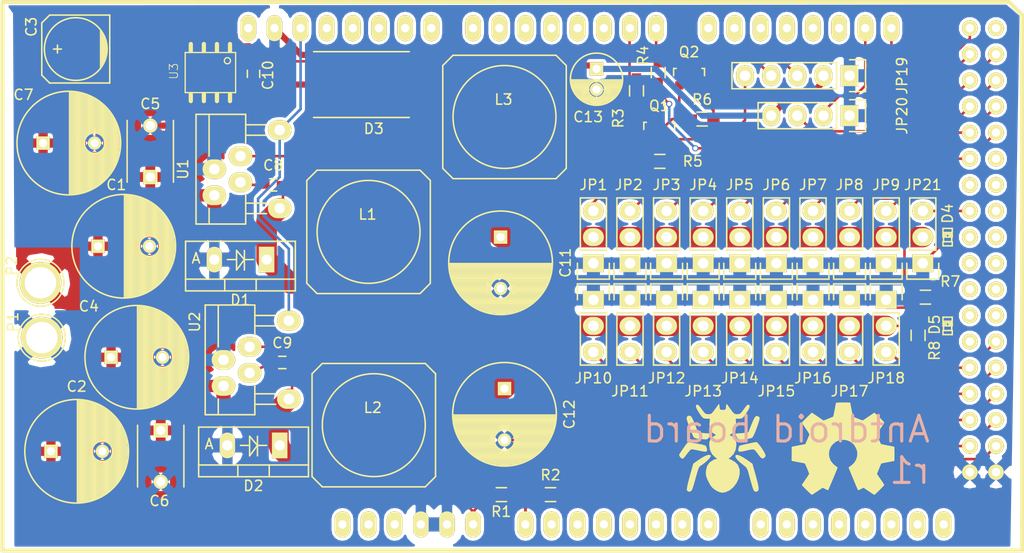
<source format=kicad_pcb>
(kicad_pcb (version 20171130) (host pcbnew "(5.1.12)-1")
  (title_block (title Antdroid-board) (date 2015-07-13) (rev r1.0.0) (company "Alexander Gil Casas"))
  (layers (0 F.Cu mixed) (31 B.Cu power) (34 B.Paste user) (35 F.Paste user) (36 B.SilkS user) (37 F.SilkS user) (38 B.Mask user) (39 F.Mask user) (44 Edge.Cuts user))
  (net 0 "")
  (net 1 VCC)
  (net 2 GND)
  (net 3 "Net-(C8-Pad1)")
  (net 4 "Net-(C8-Pad2)")
  (net 5 "Net-(C9-Pad1)")
  (net 6 "Net-(C9-Pad2)")
  (net 7 "Net-(C10-Pad1)")
  (net 8 "Net-(C10-Pad2)")
  (net 9 +5VA)
  (net 10 +5VD)
  (net 11 +5V)
  (net 12 "Net-(D4-Pad2)")
  (net 13 "Net-(D5-Pad2)")
  (net 14 /LFC)
  (net 15 /LFF)
  (net 16 /LFT)
  (net 17 /LMC)
  (net 18 /LMF)
  (net 19 /LMT)
  (net 20 /LRC)
  (net 21 /LRF)
  (net 22 /LRT)
  (net 23 /RFC)
  (net 24 /RFF)
  (net 25 /RFT)
  (net 26 /RMC)
  (net 27 /RMF)
  (net 28 /RMT)
  (net 29 /RRC)
  (net 30 /RRF)
  (net 31 /RRT)
  (net 32 /RPI_RX)
  (net 33 /RPI_TX)
  (net 34 +3V3)
  (net 35 /TX0)
  (net 36 /RX0)
  (net 37 "Net-(R1-Pad2)")
  (net 38 +5VP)
  (net 39 "Net-(SHIELD1-Pad14)")
  (net 40 "Net-(SHIELD1-Pad15)")
  (net 41 "Net-(SHIELD1-Pad16)")
  (net 42 "Net-(SHIELD1-Pad17)")
  (net 43 "Net-(SHIELD1-Pad18)")
  (net 44 "Net-(SHIELD1-Pad19)")
  (net 45 "Net-(SHIELD1-PadAD15)")
  (net 46 "Net-(SHIELD1-PadAD14)")
  (net 47 "Net-(SHIELD1-PadAD13)")
  (net 48 "Net-(SHIELD1-PadAD12)")
  (net 49 "Net-(SHIELD1-PadAD7)")
  (net 50 "Net-(SHIELD1-PadAD6)")
  (net 51 "Net-(SHIELD1-PadAD9)")
  (net 52 "Net-(SHIELD1-PadAD10)")
  (net 53 "Net-(SHIELD1-PadAD11)")
  (net 54 "Net-(SHIELD1-PadAD5)")
  (net 55 "Net-(SHIELD1-PadAD4)")
  (net 56 "Net-(SHIELD1-PadAD3)")
  (net 57 "Net-(SHIELD1-PadAD1)")
  (net 58 "Net-(SHIELD1-PadAD2)")
  (net 59 "Net-(SHIELD1-Pad3V3)")
  (net 60 "Net-(SHIELD1-PadRST)")
  (net 61 "Net-(SHIELD1-Pad2)")
  (net 62 "Net-(SHIELD1-Pad3)")
  (net 63 "Net-(SHIELD1-Pad4)")
  (net 64 "Net-(SHIELD1-Pad5)")
  (net 65 "Net-(SHIELD1-Pad6)")
  (net 66 "Net-(SHIELD1-Pad7)")
  (net 67 "Net-(SHIELD1-Pad8)")
  (net 68 "Net-(SHIELD1-Pad9)")
  (net 69 "Net-(SHIELD1-Pad10)")
  (net 70 "Net-(SHIELD1-Pad11)")
  (net 71 "Net-(SHIELD1-Pad12)")
  (net 72 "Net-(SHIELD1-PadAREF)")
  (net 73 "Net-(SHIELD1-Pad5V_5)")
  (net 74 "Net-(SHIELD1-Pad31)")
  (net 75 "Net-(SHIELD1-Pad32)")
  (net 76 /SERVO_ON)
  (net 77 "Net-(U3-Pad5)")
  (net 78 "Net-(SHIELD1-PadAD8)")
  (net 79 "Net-(SHIELD1-Pad5V)")
  (net 80 "Net-(JP20-Pad2)")
  (net 81 "Net-(JP20-Pad3)")
  (net 82 "Net-(SHIELD1-Pad35)")
  (net 83 "Net-(SHIELD1-Pad36)")
  (net 84 "Net-(SHIELD1-Pad37)")
  (net 85 "Net-(SHIELD1-Pad38)")
  (net 86 "Net-(SHIELD1-Pad39)")
  (net 87 "Net-(SHIELD1-Pad40)")
  (net 88 "Net-(SHIELD1-Pad41)")
  (net 89 "Net-(SHIELD1-Pad42)")
  (net 90 "Net-(SHIELD1-Pad43)")
  (net 91 "Net-(SHIELD1-Pad44)")
  (net 92 "Net-(SHIELD1-Pad33)")
  (net 93 /AUX)
  (module antdroid-board:ArduinoMegaShield (layer F.Cu) (at 99.441 126.492)
    (fp_text reference SHIELD1 hide)
    (fp_text value ARDUINO_MEGA_SHIELD hide)
    (pad 14 thru_hole oval (at 68.58 -50.8 90) (size 2.54 1.524) (drill 0.8128) (layers *.Cu *.Mask F.SilkS) (net 39 "Net-(SHIELD1-Pad14)"))
    (pad 15 thru_hole oval (at 71.12 -50.8 90) (size 2.54 1.524) (drill 0.8128) (layers *.Cu *.Mask F.SilkS) (net 40 "Net-(SHIELD1-Pad15)"))
    (pad 16 thru_hole oval (at 73.66 -50.8 90) (size 2.54 1.524) (drill 0.8128) (layers *.Cu *.Mask F.SilkS) (net 41 "Net-(SHIELD1-Pad16)"))
    (pad 17 thru_hole oval (at 76.2 -50.8 90) (size 2.54 1.524) (drill 0.8128) (layers *.Cu *.Mask F.SilkS) (net 42 "Net-(SHIELD1-Pad17)"))
    (pad 18 thru_hole oval (at 78.74 -50.8 90) (size 2.54 1.524) (drill 0.8128) (layers *.Cu *.Mask F.SilkS) (net 43 "Net-(SHIELD1-Pad18)"))
    (pad 19 thru_hole oval (at 81.28 -50.8 90) (size 2.54 1.524) (drill 0.8128) (layers *.Cu *.Mask F.SilkS) (net 44 "Net-(SHIELD1-Pad19)"))
    (pad 20 thru_hole oval (at 83.82 -50.8 90) (size 2.54 1.524) (drill 0.8128) (layers *.Cu *.Mask F.SilkS) (net 80 "Net-(JP20-Pad2)"))
    (pad 21 thru_hole oval (at 86.36 -50.8 90) (size 2.54 1.524) (drill 0.8128) (layers *.Cu *.Mask F.SilkS) (net 81 "Net-(JP20-Pad3)"))
    (pad AD15 thru_hole oval (at 91.44 -2.54 90) (size 2.54 1.524) (drill 0.8128) (layers *.Cu *.Mask F.SilkS) (net 45 "Net-(SHIELD1-PadAD15)"))
    (pad AD14 thru_hole oval (at 88.9 -2.54 90) (size 2.54 1.524) (drill 0.8128) (layers *.Cu *.Mask F.SilkS) (net 46 "Net-(SHIELD1-PadAD14)"))
    (pad AD13 thru_hole oval (at 86.36 -2.54 90) (size 2.54 1.524) (drill 0.8128) (layers *.Cu *.Mask F.SilkS) (net 47 "Net-(SHIELD1-PadAD13)"))
    (pad AD12 thru_hole oval (at 83.82 -2.54 90) (size 2.54 1.524) (drill 0.8128) (layers *.Cu *.Mask F.SilkS) (net 48 "Net-(SHIELD1-PadAD12)"))
    (pad AD8 thru_hole oval (at 73.66 -2.54 90) (size 2.54 1.524) (drill 0.8128) (layers *.Cu *.Mask F.SilkS) (net 78 "Net-(SHIELD1-PadAD8)"))
    (pad AD7 thru_hole oval (at 68.58 -2.54 90) (size 2.54 1.524) (drill 0.8128) (layers *.Cu *.Mask F.SilkS) (net 49 "Net-(SHIELD1-PadAD7)"))
    (pad AD6 thru_hole oval (at 66.04 -2.54 90) (size 2.54 1.524) (drill 0.8128) (layers *.Cu *.Mask F.SilkS) (net 50 "Net-(SHIELD1-PadAD6)"))
    (pad AD9 thru_hole oval (at 76.2 -2.54 90) (size 2.54 1.524) (drill 0.8128) (layers *.Cu *.Mask F.SilkS) (net 51 "Net-(SHIELD1-PadAD9)"))
    (pad AD10 thru_hole oval (at 78.74 -2.54 90) (size 2.54 1.524) (drill 0.8128) (layers *.Cu *.Mask F.SilkS) (net 52 "Net-(SHIELD1-PadAD10)"))
    (pad AD11 thru_hole oval (at 81.28 -2.54 90) (size 2.54 1.524) (drill 0.8128) (layers *.Cu *.Mask F.SilkS) (net 53 "Net-(SHIELD1-PadAD11)"))
    (pad AD5 thru_hole oval (at 63.5 -2.54 90) (size 2.54 1.524) (drill 0.8128) (layers *.Cu *.Mask F.SilkS) (net 54 "Net-(SHIELD1-PadAD5)"))
    (pad AD4 thru_hole oval (at 60.96 -2.54 90) (size 2.54 1.524) (drill 0.8128) (layers *.Cu *.Mask F.SilkS) (net 55 "Net-(SHIELD1-PadAD4)"))
    (pad AD3 thru_hole oval (at 58.42 -2.54 90) (size 2.54 1.524) (drill 0.8128) (layers *.Cu *.Mask F.SilkS) (net 56 "Net-(SHIELD1-PadAD3)"))
    (pad AD0 thru_hole oval (at 50.8 -2.54 90) (size 2.54 1.524) (drill 0.8128) (layers *.Cu *.Mask F.SilkS) (net 37 "Net-(R1-Pad2)"))
    (pad AD1 thru_hole oval (at 53.34 -2.54 90) (size 2.54 1.524) (drill 0.8128) (layers *.Cu *.Mask F.SilkS) (net 57 "Net-(SHIELD1-PadAD1)"))
    (pad AD2 thru_hole oval (at 55.88 -2.54 90) (size 2.54 1.524) (drill 0.8128) (layers *.Cu *.Mask F.SilkS) (net 58 "Net-(SHIELD1-PadAD2)"))
    (pad V_IN thru_hole oval (at 45.72 -2.54 90) (size 2.54 1.524) (drill 0.8128) (layers *.Cu *.Mask F.SilkS) (net 1 VCC))
    (pad GND2 thru_hole oval (at 43.18 -2.54 90) (size 2.54 1.524) (drill 0.8128) (layers *.Cu *.Mask F.SilkS) (net 2 GND))
    (pad GND1 thru_hole oval (at 40.64 -2.54 90) (size 2.54 1.524) (drill 0.8128) (layers *.Cu *.Mask F.SilkS) (net 2 GND))
    (pad 3V3 thru_hole oval (at 35.56 -2.54 90) (size 2.54 1.524) (drill 0.8128) (layers *.Cu *.Mask F.SilkS) (net 59 "Net-(SHIELD1-Pad3V3)"))
    (pad RST thru_hole oval (at 33.02 -2.54 90) (size 2.54 1.524) (drill 0.8128) (layers *.Cu *.Mask F.SilkS) (net 60 "Net-(SHIELD1-PadRST)"))
    (pad 0 thru_hole oval (at 63.5 -50.8 90) (size 2.54 1.524) (drill 0.8128) (layers *.Cu *.Mask F.SilkS) (net 36 /RX0))
    (pad 1 thru_hole oval (at 60.96 -50.8 90) (size 2.54 1.524) (drill 0.8128) (layers *.Cu *.Mask F.SilkS) (net 35 /TX0))
    (pad 2 thru_hole oval (at 58.42 -50.8 90) (size 2.54 1.524) (drill 0.8128) (layers *.Cu *.Mask F.SilkS) (net 61 "Net-(SHIELD1-Pad2)"))
    (pad 3 thru_hole oval (at 55.88 -50.8 90) (size 2.54 1.524) (drill 0.8128) (layers *.Cu *.Mask F.SilkS) (net 62 "Net-(SHIELD1-Pad3)"))
    (pad 4 thru_hole oval (at 53.34 -50.8 90) (size 2.54 1.524) (drill 0.8128) (layers *.Cu *.Mask F.SilkS) (net 63 "Net-(SHIELD1-Pad4)"))
    (pad 5 thru_hole oval (at 50.8 -50.8 90) (size 2.54 1.524) (drill 0.8128) (layers *.Cu *.Mask F.SilkS) (net 64 "Net-(SHIELD1-Pad5)"))
    (pad 6 thru_hole oval (at 48.26 -50.8 90) (size 2.54 1.524) (drill 0.8128) (layers *.Cu *.Mask F.SilkS) (net 65 "Net-(SHIELD1-Pad6)"))
    (pad 7 thru_hole oval (at 45.72 -50.8 90) (size 2.54 1.524) (drill 0.8128) (layers *.Cu *.Mask F.SilkS) (net 66 "Net-(SHIELD1-Pad7)"))
    (pad 8 thru_hole oval (at 41.656 -50.8 90) (size 2.54 1.524) (drill 0.8128) (layers *.Cu *.Mask F.SilkS) (net 67 "Net-(SHIELD1-Pad8)"))
    (pad 9 thru_hole oval (at 39.116 -50.8 90) (size 2.54 1.524) (drill 0.8128) (layers *.Cu *.Mask F.SilkS) (net 68 "Net-(SHIELD1-Pad9)"))
    (pad 10 thru_hole oval (at 36.576 -50.8 90) (size 2.54 1.524) (drill 0.8128) (layers *.Cu *.Mask F.SilkS) (net 69 "Net-(SHIELD1-Pad10)"))
    (pad 11 thru_hole oval (at 34.036 -50.8 90) (size 2.54 1.524) (drill 0.8128) (layers *.Cu *.Mask F.SilkS) (net 70 "Net-(SHIELD1-Pad11)"))
    (pad 12 thru_hole oval (at 31.496 -50.8 90) (size 2.54 1.524) (drill 0.8128) (layers *.Cu *.Mask F.SilkS) (net 71 "Net-(SHIELD1-Pad12)"))
    (pad 13 thru_hole oval (at 28.956 -50.8 90) (size 2.54 1.524) (drill 0.8128) (layers *.Cu *.Mask F.SilkS) (net 76 /SERVO_ON))
    (pad GND3 thru_hole oval (at 26.416 -50.8 90) (size 2.54 1.524) (drill 0.8128) (layers *.Cu *.Mask F.SilkS) (net 2 GND))
    (pad AREF thru_hole oval (at 23.876 -50.8 90) (size 2.54 1.524) (drill 0.8128) (layers *.Cu *.Mask F.SilkS) (net 72 "Net-(SHIELD1-PadAREF)"))
    (pad 5V thru_hole oval (at 38.1 -2.54 90) (size 2.54 1.524) (drill 0.8128) (layers *.Cu *.Mask F.SilkS) (net 79 "Net-(SHIELD1-Pad5V)"))
    (pad 22 thru_hole circle (at 93.98 -48.26) (size 1.524 1.524) (drill 0.8128) (layers *.Cu *.Mask F.SilkS) (net 14 /LFC))
    (pad 23 thru_hole circle (at 96.52 -48.26) (size 1.524 1.524) (drill 0.8128) (layers *.Cu *.Mask F.SilkS) (net 15 /LFF))
    (pad 24 thru_hole circle (at 93.98 -45.72) (size 1.524 1.524) (drill 0.8128) (layers *.Cu *.Mask F.SilkS) (net 16 /LFT))
    (pad 25 thru_hole circle (at 96.52 -45.72) (size 1.524 1.524) (drill 0.8128) (layers *.Cu *.Mask F.SilkS) (net 17 /LMC))
    (pad 26 thru_hole circle (at 93.98 -43.18) (size 1.524 1.524) (drill 0.8128) (layers *.Cu *.Mask F.SilkS) (net 18 /LMF))
    (pad 27 thru_hole circle (at 96.52 -43.18) (size 1.524 1.524) (drill 0.8128) (layers *.Cu *.Mask F.SilkS) (net 19 /LMT))
    (pad 28 thru_hole circle (at 93.98 -40.64) (size 1.524 1.524) (drill 0.8128) (layers *.Cu *.Mask F.SilkS) (net 20 /LRC))
    (pad 29 thru_hole circle (at 96.52 -40.64) (size 1.524 1.524) (drill 0.8128) (layers *.Cu *.Mask F.SilkS) (net 21 /LRF))
    (pad 5V_4 thru_hole circle (at 93.98 -50.8) (size 1.524 1.524) (drill 0.8128) (layers *.Cu *.Mask F.SilkS) (net 38 +5VP))
    (pad 5V_5 thru_hole circle (at 96.52 -50.8) (size 1.524 1.524) (drill 0.8128) (layers *.Cu *.Mask F.SilkS) (net 73 "Net-(SHIELD1-Pad5V_5)"))
    (pad 31 thru_hole circle (at 96.52 -38.1) (size 1.524 1.524) (drill 0.8128) (layers *.Cu *.Mask F.SilkS) (net 74 "Net-(SHIELD1-Pad31)"))
    (pad 30 thru_hole circle (at 93.98 -38.1) (size 1.524 1.524) (drill 0.8128) (layers *.Cu *.Mask F.SilkS) (net 22 /LRT))
    (pad 32 thru_hole circle (at 93.98 -35.56) (size 1.524 1.524) (drill 0.8128) (layers *.Cu *.Mask F.SilkS) (net 75 "Net-(SHIELD1-Pad32)"))
    (pad 33 thru_hole circle (at 96.52 -35.56) (size 1.524 1.524) (drill 0.8128) (layers *.Cu *.Mask F.SilkS) (net 92 "Net-(SHIELD1-Pad33)"))
    (pad 34 thru_hole circle (at 93.98 -33.02) (size 1.524 1.524) (drill 0.8128) (layers *.Cu *.Mask F.SilkS) (net 93 /AUX))
    (pad 35 thru_hole circle (at 96.52 -33.02) (size 1.524 1.524) (drill 0.8128) (layers *.Cu *.Mask F.SilkS) (net 82 "Net-(SHIELD1-Pad35)"))
    (pad 36 thru_hole circle (at 93.98 -30.48) (size 1.524 1.524) (drill 0.8128) (layers *.Cu *.Mask F.SilkS) (net 83 "Net-(SHIELD1-Pad36)"))
    (pad 37 thru_hole circle (at 96.52 -30.48) (size 1.524 1.524) (drill 0.8128) (layers *.Cu *.Mask F.SilkS) (net 84 "Net-(SHIELD1-Pad37)"))
    (pad 38 thru_hole circle (at 93.98 -27.94) (size 1.524 1.524) (drill 0.8128) (layers *.Cu *.Mask F.SilkS) (net 85 "Net-(SHIELD1-Pad38)"))
    (pad 39 thru_hole circle (at 96.52 -27.94) (size 1.524 1.524) (drill 0.8128) (layers *.Cu *.Mask F.SilkS) (net 86 "Net-(SHIELD1-Pad39)"))
    (pad 40 thru_hole circle (at 93.98 -25.4) (size 1.524 1.524) (drill 0.8128) (layers *.Cu *.Mask F.SilkS) (net 87 "Net-(SHIELD1-Pad40)"))
    (pad 41 thru_hole circle (at 96.52 -25.4) (size 1.524 1.524) (drill 0.8128) (layers *.Cu *.Mask F.SilkS) (net 88 "Net-(SHIELD1-Pad41)"))
    (pad 42 thru_hole circle (at 93.98 -22.86) (size 1.524 1.524) (drill 0.8128) (layers *.Cu *.Mask F.SilkS) (net 89 "Net-(SHIELD1-Pad42)"))
    (pad 43 thru_hole circle (at 96.52 -22.86) (size 1.524 1.524) (drill 0.8128) (layers *.Cu *.Mask F.SilkS) (net 90 "Net-(SHIELD1-Pad43)"))
    (pad 44 thru_hole circle (at 93.98 -20.32) (size 1.524 1.524) (drill 0.8128) (layers *.Cu *.Mask F.SilkS) (net 91 "Net-(SHIELD1-Pad44)"))
    (pad 45 thru_hole circle (at 96.52 -20.32) (size 1.524 1.524) (drill 0.8128) (layers *.Cu *.Mask F.SilkS) (net 31 /RRT))
    (pad 46 thru_hole circle (at 93.98 -17.78) (size 1.524 1.524) (drill 0.8128) (layers *.Cu *.Mask F.SilkS) (net 30 /RRF))
    (pad 47 thru_hole circle (at 96.52 -17.78) (size 1.524 1.524) (drill 0.8128) (layers *.Cu *.Mask F.SilkS) (net 29 /RRC))
    (pad 48 thru_hole circle (at 93.98 -15.24) (size 1.524 1.524) (drill 0.8128) (layers *.Cu *.Mask F.SilkS) (net 28 /RMT))
    (pad 49 thru_hole circle (at 96.52 -15.24) (size 1.524 1.524) (drill 0.8128) (layers *.Cu *.Mask F.SilkS) (net 27 /RMF))
    (pad 50 thru_hole circle (at 93.98 -12.7) (size 1.524 1.524) (drill 0.8128) (layers *.Cu *.Mask F.SilkS) (net 26 /RMC))
    (pad 51 thru_hole circle (at 96.52 -12.7) (size 1.524 1.524) (drill 0.8128) (layers *.Cu *.Mask F.SilkS) (net 25 /RFT))
    (pad 52 thru_hole circle (at 93.98 -10.16) (size 1.524 1.524) (drill 0.8128) (layers *.Cu *.Mask F.SilkS) (net 24 /RFF))
    (pad 53 thru_hole circle (at 96.52 -10.16) (size 1.524 1.524) (drill 0.8128) (layers *.Cu *.Mask F.SilkS) (net 23 /RFC))
    (pad GND4 thru_hole circle (at 93.98 -7.62) (size 1.524 1.524) (drill 0.8128) (layers *.Cu *.Mask F.SilkS) (net 2 GND))
    (pad GND5 thru_hole circle (at 96.52 -7.62) (size 1.524 1.524) (drill 0.8128) (layers *.Cu *.Mask F.SilkS) (net 2 GND))
  )
  (module OSHW-logo:OSHW-logo_silkscreen-front_10mm (layer F.Cu) (at 181.102 116.586)
    (fp_text reference G*** hide)
    (fp_text value OSHW-logo_silkscreen-front_10mm hide)
  )
  (module antdroid-board:C_Radial_D10_L13_P5 (layer F.Cu) (at 108.712 96.901)
    (fp_text reference C1 (at 1.778 -5.969) (layer F.SilkS))
    (fp_text value 470µF/25V)
    (pad 1 thru_hole rect (at 0 0) (size 1.3 1.3) (drill 0.8) (layers *.Cu *.Mask F.SilkS) (net 1 VCC))
    (pad 2 thru_hole circle (at 5 0) (size 1.3 1.3) (drill 0.8) (layers *.Cu *.Mask F.SilkS) (net 2 GND))
  )
  (module antdroid-board:C_Radial_D10_L13_P5 (layer F.Cu) (at 104.14 116.84)
    (fp_text reference C2 (at 2.5 -6.3) (layer F.SilkS))
    (fp_text value 470µF/25V)
    (pad 1 thru_hole rect (at 0 0) (size 1.3 1.3) (drill 0.8) (layers *.Cu *.Mask F.SilkS) (net 1 VCC))
    (pad 2 thru_hole circle (at 5 0) (size 1.3 1.3) (drill 0.8) (layers *.Cu *.Mask F.SilkS) (net 2 GND))
  )
  (module antdroid-board:C_Radial_D10_L13_P5 (layer F.Cu) (at 103.378 86.868)
    (fp_text reference C3 (at -1.143 -11.303 90) (layer F.SilkS))
    (fp_text value 470µF/25V)
    (pad 1 thru_hole rect (at 0 0) (size 1.3 1.3) (drill 0.8) (layers *.Cu *.Mask F.SilkS) (net 1 VCC))
    (pad 2 thru_hole circle (at 5 0) (size 1.3 1.3) (drill 0.8) (layers *.Cu *.Mask F.SilkS) (net 2 GND))
  )
  (module antdroid-board:C_Radial_D10_L13_P5 (layer F.Cu) (at 109.982 107.696)
    (fp_text reference C4 (at -2.159 -4.953) (layer F.SilkS))
    (fp_text value 470µF/25V)
    (pad 1 thru_hole rect (at 0 0) (size 1.3 1.3) (drill 0.8) (layers *.Cu *.Mask F.SilkS) (net 1 VCC))
    (pad 2 thru_hole circle (at 5 0) (size 1.3 1.3) (drill 0.8) (layers *.Cu *.Mask F.SilkS) (net 2 GND))
  )
  (module antdroid-board:C_Disc_D6_P5 (layer F.Cu) (at 113.792 90.17 90)
    (fp_text reference C5 (at 7.112 0 180) (layer F.SilkS))
    (fp_text value 0.47µF)
    (pad 1 thru_hole rect (at 0 0 90) (size 1.4 1.4) (drill 0.9) (layers *.Cu *.Mask F.SilkS) (net 1 VCC))
    (pad 2 thru_hole circle (at 5 0 90) (size 1.4 1.4) (drill 0.9) (layers *.Cu *.Mask F.SilkS) (net 2 GND))
  )
  (module antdroid-board:C_Disc_D6_P5 (layer F.Cu) (at 114.808 114.808 270)
    (fp_text reference C6 (at 6.858 0.127) (layer F.SilkS))
    (fp_text value 0.47µF)
    (pad 1 thru_hole rect (at 0 0 270) (size 1.4 1.4) (drill 0.9) (layers *.Cu *.Mask F.SilkS) (net 1 VCC))
    (pad 2 thru_hole circle (at 5 0 270) (size 1.4 1.4) (drill 0.9) (layers *.Cu *.Mask F.SilkS) (net 2 GND))
  )
  (module antdroid-board:c_elec_6.3x7.7 (layer F.Cu) (at 106.553 77.724 180)
    (fp_text reference C7 (at 5.08 -4.445 180) (layer F.SilkS))
    (fp_text value 100µF/25V)
    (pad 1 smd rect (at 2.75082 0 180) (size 3.59918 1.6002) (layers F.Cu F.Paste F.Mask) (net 1 VCC))
    (pad 2 smd rect (at -2.75082 0 180) (size 3.59918 1.6002) (layers F.Cu F.Paste F.Mask) (net 2 GND))
  )
  (module antdroid-board:C_0603_HandSoldering (layer F.Cu) (at 125.73 90.932)
    (fp_text reference C8 (at 0 -1.9) (layer F.SilkS))
    (fp_text value 10nF)
    (pad 1 smd rect (at -0.95 0) (size 1.2 0.75) (layers F.Cu F.Paste F.Mask) (net 3 "Net-(C8-Pad1)"))
    (pad 2 smd rect (at 0.95 0) (size 1.2 0.75) (layers F.Cu F.Paste F.Mask) (net 4 "Net-(C8-Pad2)"))
  )
  (module antdroid-board:C_0603_HandSoldering (layer F.Cu) (at 126.619 108.204)
    (fp_text reference C9 (at 0 -1.9) (layer F.SilkS))
    (fp_text value 10nF)
    (pad 1 smd rect (at -0.95 0) (size 1.2 0.75) (layers F.Cu F.Paste F.Mask) (net 5 "Net-(C9-Pad1)"))
    (pad 2 smd rect (at 0.95 0) (size 1.2 0.75) (layers F.Cu F.Paste F.Mask) (net 6 "Net-(C9-Pad2)"))
  )
  (module antdroid-board:C_0603_HandSoldering (layer F.Cu) (at 123.825 80.137 90)
    (fp_text reference C10 (at -0.127 1.397 90) (layer F.SilkS))
    (fp_text value 10nF)
    (pad 1 smd rect (at -0.95 0 90) (size 1.2 0.75) (layers F.Cu F.Paste F.Mask) (net 7 "Net-(C10-Pad1)"))
    (pad 2 smd rect (at 0.95 0 90) (size 1.2 0.75) (layers F.Cu F.Paste F.Mask) (net 8 "Net-(C10-Pad2)"))
  )
  (module antdroid-board:C_Radial_D5_L11_P2 (layer F.Cu) (at 157.1498 79.6544 270)
    (fp_text reference C13 (at 4.6736 0.8128) (layer F.SilkS))
    (fp_text value 100µF/16V)
    (pad 1 thru_hole rect (at 0 0 270) (size 1.3 1.3) (drill 0.8) (layers *.Cu *.Mask F.SilkS) (net 11 +5V))
    (pad 2 thru_hole circle (at 2 0 270) (size 1.3 1.3) (drill 0.8) (layers *.Cu *.Mask F.SilkS) (net 2 GND))
  )
  (module antdroid-board:Diode_TO-220_Vertical (layer F.Cu) (at 125.095 98.1964 180)
    (fp_text reference D1 (at 2.54762 -3.92938 180) (layer F.SilkS))
    (fp_text value MBR745G)
    (fp_text user A (at 6.858 0.127 180) (layer F.SilkS))
    (pad 1 thru_hole rect (at 0 0 270) (size 2.49936 1.50114) (drill 1.00076) (layers *.Cu *.Mask F.SilkS) (net 4 "Net-(C8-Pad2)"))
    (pad 2 thru_hole oval (at 5.08 0 270) (size 2.49936 1.50114) (drill 1.00076) (layers *.Cu *.Mask F.SilkS) (net 2 GND))
  )
  (module antdroid-board:Diode_TO-220_Vertical (layer F.Cu) (at 126.365 116.2685 180)
    (fp_text reference D2 (at 2.54762 -3.92938 180) (layer F.SilkS))
    (fp_text value MBR745G)
    (fp_text user A (at 6.858 0.127 180) (layer F.SilkS))
    (pad 1 thru_hole rect (at 0 0 270) (size 2.49936 1.50114) (drill 1.00076) (layers *.Cu *.Mask F.SilkS) (net 6 "Net-(C9-Pad2)"))
    (pad 2 thru_hole oval (at 5.08 0 270) (size 2.49936 1.50114) (drill 1.00076) (layers *.Cu *.Mask F.SilkS) (net 2 GND))
  )
  (module antdroid-board:Diode-DO-214AB_Handsoldering (layer F.Cu) (at 135.4582 81.1784)
    (fp_text reference D3 (at 0.0508 4.2926) (layer F.SilkS))
    (fp_text value MBRS340)
    (pad 2 smd rect (at 4.1 0) (size 3.6 3.2) (layers F.Cu F.Paste F.Mask) (net 2 GND))
    (pad 1 smd rect (at -4.1 0) (size 3.6 3.2) (layers F.Cu F.Paste F.Mask) (net 7 "Net-(C10-Pad1)"))
  )
  (module antdroid-board:Pin_Header_Straight_1x03 (layer F.Cu) (at 156.845 98.552 180)
    (fp_text reference JP1 (at 0 7.62 180) (layer F.SilkS))
    (fp_text value PINHD-1X3_2.54)
    (pad 1 thru_hole rect (at 0 0 180) (size 2.032 1.7272) (drill 1.016) (layers *.Cu *.Mask F.SilkS) (net 2 GND))
    (pad 2 thru_hole oval (at 0 2.54 180) (size 2.032 1.7272) (drill 1.016) (layers *.Cu *.Mask F.SilkS) (net 9 +5VA))
    (pad 3 thru_hole oval (at 0 5.08 180) (size 2.032 1.7272) (drill 1.016) (layers *.Cu *.Mask F.SilkS) (net 14 /LFC))
  )
  (module antdroid-board:Pin_Header_Straight_1x03 (layer F.Cu) (at 160.401 98.552 180)
    (fp_text reference JP2 (at 0.127 7.62 180) (layer F.SilkS))
    (fp_text value PINHD-1X3_2.54)
    (pad 1 thru_hole rect (at 0 0 180) (size 2.032 1.7272) (drill 1.016) (layers *.Cu *.Mask F.SilkS) (net 2 GND))
    (pad 2 thru_hole oval (at 0 2.54 180) (size 2.032 1.7272) (drill 1.016) (layers *.Cu *.Mask F.SilkS) (net 9 +5VA))
    (pad 3 thru_hole oval (at 0 5.08 180) (size 2.032 1.7272) (drill 1.016) (layers *.Cu *.Mask F.SilkS) (net 15 /LFF))
  )
  (module antdroid-board:Pin_Header_Straight_1x03 (layer F.Cu) (at 163.957 98.552 180)
    (fp_text reference JP3 (at 0 7.62 180) (layer F.SilkS))
    (fp_text value PINHD-1X3_2.54)
    (pad 1 thru_hole rect (at 0 0 180) (size 2.032 1.7272) (drill 1.016) (layers *.Cu *.Mask F.SilkS) (net 2 GND))
    (pad 2 thru_hole oval (at 0 2.54 180) (size 2.032 1.7272) (drill 1.016) (layers *.Cu *.Mask F.SilkS) (net 9 +5VA))
    (pad 3 thru_hole oval (at 0 5.08 180) (size 2.032 1.7272) (drill 1.016) (layers *.Cu *.Mask F.SilkS) (net 16 /LFT))
  )
  (module antdroid-board:Pin_Header_Straight_1x03 (layer F.Cu) (at 167.513 98.552 180)
    (fp_text reference JP4 (at 0 7.62 180) (layer F.SilkS))
    (fp_text value PINHD-1X3_2.54)
    (pad 1 thru_hole rect (at 0 0 180) (size 2.032 1.7272) (drill 1.016) (layers *.Cu *.Mask F.SilkS) (net 2 GND))
    (pad 2 thru_hole oval (at 0 2.54 180) (size 2.032 1.7272) (drill 1.016) (layers *.Cu *.Mask F.SilkS) (net 9 +5VA))
    (pad 3 thru_hole oval (at 0 5.08 180) (size 2.032 1.7272) (drill 1.016) (layers *.Cu *.Mask F.SilkS) (net 17 /LMC))
  )
  (module antdroid-board:Pin_Header_Straight_1x03 (layer F.Cu) (at 171.069 98.552 180)
    (fp_text reference JP5 (at 0 7.62 180) (layer F.SilkS))
    (fp_text value PINHD-1X3_2.54)
    (pad 1 thru_hole rect (at 0 0 180) (size 2.032 1.7272) (drill 1.016) (layers *.Cu *.Mask F.SilkS) (net 2 GND))
    (pad 2 thru_hole oval (at 0 2.54 180) (size 2.032 1.7272) (drill 1.016) (layers *.Cu *.Mask F.SilkS) (net 9 +5VA))
    (pad 3 thru_hole oval (at 0 5.08 180) (size 2.032 1.7272) (drill 1.016) (layers *.Cu *.Mask F.SilkS) (net 18 /LMF))
  )
  (module antdroid-board:Pin_Header_Straight_1x03 (layer F.Cu) (at 174.625 98.552 180)
    (fp_text reference JP6 (at 0 7.62 180) (layer F.SilkS))
    (fp_text value PINHD-1X3_2.54)
    (pad 1 thru_hole rect (at 0 0 180) (size 2.032 1.7272) (drill 1.016) (layers *.Cu *.Mask F.SilkS) (net 2 GND))
    (pad 2 thru_hole oval (at 0 2.54 180) (size 2.032 1.7272) (drill 1.016) (layers *.Cu *.Mask F.SilkS) (net 9 +5VA))
    (pad 3 thru_hole oval (at 0 5.08 180) (size 2.032 1.7272) (drill 1.016) (layers *.Cu *.Mask F.SilkS) (net 19 /LMT))
  )
  (module antdroid-board:Pin_Header_Straight_1x03 (layer F.Cu) (at 178.181 98.552 180)
    (fp_text reference JP7 (at 0 7.62 180) (layer F.SilkS))
    (fp_text value PINHD-1X3_2.54)
    (pad 1 thru_hole rect (at 0 0 180) (size 2.032 1.7272) (drill 1.016) (layers *.Cu *.Mask F.SilkS) (net 2 GND))
    (pad 2 thru_hole oval (at 0 2.54 180) (size 2.032 1.7272) (drill 1.016) (layers *.Cu *.Mask F.SilkS) (net 9 +5VA))
    (pad 3 thru_hole oval (at 0 5.08 180) (size 2.032 1.7272) (drill 1.016) (layers *.Cu *.Mask F.SilkS) (net 20 /LRC))
  )
  (module antdroid-board:Pin_Header_Straight_1x03 (layer F.Cu) (at 181.737 98.552 180)
    (fp_text reference JP8 (at 0 7.62 180) (layer F.SilkS))
    (fp_text value PINHD-1X3_2.54)
    (pad 1 thru_hole rect (at 0 0 180) (size 2.032 1.7272) (drill 1.016) (layers *.Cu *.Mask F.SilkS) (net 2 GND))
    (pad 2 thru_hole oval (at 0 2.54 180) (size 2.032 1.7272) (drill 1.016) (layers *.Cu *.Mask F.SilkS) (net 9 +5VA))
    (pad 3 thru_hole oval (at 0 5.08 180) (size 2.032 1.7272) (drill 1.016) (layers *.Cu *.Mask F.SilkS) (net 21 /LRF))
  )
  (module antdroid-board:Pin_Header_Straight_1x03 (layer F.Cu) (at 185.293 98.552 180)
    (fp_text reference JP9 (at 0 7.62 180) (layer F.SilkS))
    (fp_text value PINHD-1X3_2.54)
    (pad 1 thru_hole rect (at 0 0 180) (size 2.032 1.7272) (drill 1.016) (layers *.Cu *.Mask F.SilkS) (net 2 GND))
    (pad 2 thru_hole oval (at 0 2.54 180) (size 2.032 1.7272) (drill 1.016) (layers *.Cu *.Mask F.SilkS) (net 9 +5VA))
    (pad 3 thru_hole oval (at 0 5.08 180) (size 2.032 1.7272) (drill 1.016) (layers *.Cu *.Mask F.SilkS) (net 22 /LRT))
  )
  (module antdroid-board:Pin_Header_Straight_1x03 (layer F.Cu) (at 156.845 102.108)
    (fp_text reference JP10 (at 0 7.62) (layer F.SilkS))
    (fp_text value PINHD-1X3_2.54)
    (pad 1 thru_hole rect (at 0 0) (size 2.032 1.7272) (drill 1.016) (layers *.Cu *.Mask F.SilkS) (net 2 GND))
    (pad 2 thru_hole oval (at 0 2.54) (size 2.032 1.7272) (drill 1.016) (layers *.Cu *.Mask F.SilkS) (net 10 +5VD))
    (pad 3 thru_hole oval (at 0 5.08) (size 2.032 1.7272) (drill 1.016) (layers *.Cu *.Mask F.SilkS) (net 23 /RFC))
  )
  (module antdroid-board:Pin_Header_Straight_1x03 (layer F.Cu) (at 160.401 102.108)
    (fp_text reference JP11 (at 0 8.89) (layer F.SilkS))
    (fp_text value PINHD-1X3_2.54)
    (pad 1 thru_hole rect (at 0 0) (size 2.032 1.7272) (drill 1.016) (layers *.Cu *.Mask F.SilkS) (net 2 GND))
    (pad 2 thru_hole oval (at 0 2.54) (size 2.032 1.7272) (drill 1.016) (layers *.Cu *.Mask F.SilkS) (net 10 +5VD))
    (pad 3 thru_hole oval (at 0 5.08) (size 2.032 1.7272) (drill 1.016) (layers *.Cu *.Mask F.SilkS) (net 24 /RFF))
  )
  (module antdroid-board:Pin_Header_Straight_1x03 (layer F.Cu) (at 163.957 102.108)
    (fp_text reference JP12 (at 0 7.62) (layer F.SilkS))
    (fp_text value PINHD-1X3_2.54)
    (pad 1 thru_hole rect (at 0 0) (size 2.032 1.7272) (drill 1.016) (layers *.Cu *.Mask F.SilkS) (net 2 GND))
    (pad 2 thru_hole oval (at 0 2.54) (size 2.032 1.7272) (drill 1.016) (layers *.Cu *.Mask F.SilkS) (net 10 +5VD))
    (pad 3 thru_hole oval (at 0 5.08) (size 2.032 1.7272) (drill 1.016) (layers *.Cu *.Mask F.SilkS) (net 25 /RFT))
  )
  (module antdroid-board:Pin_Header_Straight_1x03 (layer F.Cu) (at 167.513 102.108)
    (fp_text reference JP13 (at 0 8.89) (layer F.SilkS))
    (fp_text value PINHD-1X3_2.54)
    (pad 1 thru_hole rect (at 0 0) (size 2.032 1.7272) (drill 1.016) (layers *.Cu *.Mask F.SilkS) (net 2 GND))
    (pad 2 thru_hole oval (at 0 2.54) (size 2.032 1.7272) (drill 1.016) (layers *.Cu *.Mask F.SilkS) (net 10 +5VD))
    (pad 3 thru_hole oval (at 0 5.08) (size 2.032 1.7272) (drill 1.016) (layers *.Cu *.Mask F.SilkS) (net 26 /RMC))
  )
  (module antdroid-board:Pin_Header_Straight_1x03 (layer F.Cu) (at 171.069 102.108)
    (fp_text reference JP14 (at 0 7.62) (layer F.SilkS))
    (fp_text value PINHD-1X3_2.54)
    (pad 1 thru_hole rect (at 0 0) (size 2.032 1.7272) (drill 1.016) (layers *.Cu *.Mask F.SilkS) (net 2 GND))
    (pad 2 thru_hole oval (at 0 2.54) (size 2.032 1.7272) (drill 1.016) (layers *.Cu *.Mask F.SilkS) (net 10 +5VD))
    (pad 3 thru_hole oval (at 0 5.08) (size 2.032 1.7272) (drill 1.016) (layers *.Cu *.Mask F.SilkS) (net 27 /RMF))
  )
  (module antdroid-board:Pin_Header_Straight_1x03 (layer F.Cu) (at 174.625 102.108)
    (fp_text reference JP15 (at 0 8.89) (layer F.SilkS))
    (fp_text value PINHD-1X3_2.54)
    (pad 1 thru_hole rect (at 0 0) (size 2.032 1.7272) (drill 1.016) (layers *.Cu *.Mask F.SilkS) (net 2 GND))
    (pad 2 thru_hole oval (at 0 2.54) (size 2.032 1.7272) (drill 1.016) (layers *.Cu *.Mask F.SilkS) (net 10 +5VD))
    (pad 3 thru_hole oval (at 0 5.08) (size 2.032 1.7272) (drill 1.016) (layers *.Cu *.Mask F.SilkS) (net 28 /RMT))
  )
  (module antdroid-board:Pin_Header_Straight_1x03 (layer F.Cu) (at 178.181 102.108)
    (fp_text reference JP16 (at 0 7.62) (layer F.SilkS))
    (fp_text value PINHD-1X3_2.54)
    (pad 1 thru_hole rect (at 0 0) (size 2.032 1.7272) (drill 1.016) (layers *.Cu *.Mask F.SilkS) (net 2 GND))
    (pad 2 thru_hole oval (at 0 2.54) (size 2.032 1.7272) (drill 1.016) (layers *.Cu *.Mask F.SilkS) (net 10 +5VD))
    (pad 3 thru_hole oval (at 0 5.08) (size 2.032 1.7272) (drill 1.016) (layers *.Cu *.Mask F.SilkS) (net 29 /RRC))
  )
  (module antdroid-board:Pin_Header_Straight_1x03 (layer F.Cu) (at 181.737 102.108)
    (fp_text reference JP17 (at 0 8.89) (layer F.SilkS))
    (fp_text value PINHD-1X3_2.54)
    (pad 1 thru_hole rect (at 0 0) (size 2.032 1.7272) (drill 1.016) (layers *.Cu *.Mask F.SilkS) (net 2 GND))
    (pad 2 thru_hole oval (at 0 2.54) (size 2.032 1.7272) (drill 1.016) (layers *.Cu *.Mask F.SilkS) (net 10 +5VD))
    (pad 3 thru_hole oval (at 0 5.08) (size 2.032 1.7272) (drill 1.016) (layers *.Cu *.Mask F.SilkS) (net 30 /RRF))
  )
  (module antdroid-board:Pin_Header_Straight_1x03 (layer F.Cu) (at 185.293 102.108)
    (fp_text reference JP18 (at 0 7.62) (layer F.SilkS))
    (fp_text value PINHD-1X3_2.54)
    (pad 1 thru_hole rect (at 0 0) (size 2.032 1.7272) (drill 1.016) (layers *.Cu *.Mask F.SilkS) (net 2 GND))
    (pad 2 thru_hole oval (at 0 2.54) (size 2.032 1.7272) (drill 1.016) (layers *.Cu *.Mask F.SilkS) (net 10 +5VD))
    (pad 3 thru_hole oval (at 0 5.08) (size 2.032 1.7272) (drill 1.016) (layers *.Cu *.Mask F.SilkS) (net 31 /RRT))
  )
  (module antdroid-board:Pin_Header_Straight_1x05 (layer F.Cu) (at 181.737 80.3148 270)
    (fp_text reference JP19 (at 0 -5.1 270) (layer F.SilkS))
    (fp_text value PINHD-1X5)
    (pad 1 thru_hole rect (at 0 0 270) (size 2.032 1.7272) (drill 1.016) (layers *.Cu *.Mask F.SilkS) (net 2 GND))
    (pad 2 thru_hole oval (at 0 2.54 270) (size 2.032 1.7272) (drill 1.016) (layers *.Cu *.Mask F.SilkS) (net 11 +5V))
    (pad 3 thru_hole oval (at 0 5.08 270) (size 2.032 1.7272) (drill 1.016) (layers *.Cu *.Mask F.SilkS) (net 34 +3V3))
    (pad 4 thru_hole oval (at 0 7.62 270) (size 2.032 1.7272) (drill 1.016) (layers *.Cu *.Mask F.SilkS) (net 33 /RPI_TX))
    (pad 5 thru_hole oval (at 0 10.16 270) (size 2.032 1.7272) (drill 1.016) (layers *.Cu *.Mask F.SilkS) (net 32 /RPI_RX))
  )
  (module antdroid-board:Pin_Header_Straight_1x04 (layer F.Cu) (at 181.737 84.201 270)
    (fp_text reference JP20 (at 0 -5.1 270) (layer F.SilkS))
    (fp_text value PINHD-1X4_2.54)
    (pad 1 thru_hole rect (at 0 0 270) (size 2.032 1.7272) (drill 1.016) (layers *.Cu *.Mask F.SilkS) (net 2 GND))
    (pad 2 thru_hole oval (at 0 2.54 270) (size 2.032 1.7272) (drill 1.016) (layers *.Cu *.Mask F.SilkS) (net 80 "Net-(JP20-Pad2)"))
    (pad 3 thru_hole oval (at 0 5.08 270) (size 2.032 1.7272) (drill 1.016) (layers *.Cu *.Mask F.SilkS) (net 81 "Net-(JP20-Pad3)"))
    (pad 4 thru_hole oval (at 0 7.62 270) (size 2.032 1.7272) (drill 1.016) (layers *.Cu *.Mask F.SilkS) (net 11 +5V))
  )
  (module antdroid-board:SELF-WE-PD-XXL (layer F.Cu) (at 135.001 95.504 270)
    (fp_text reference L1 (at -1.69926 0.09906) (layer F.SilkS))
    (fp_text value 15µH/5.8A)
    (fp_text user "" (at 0 0 270) (layer F.SilkS))
    (fp_text user "" (at 0 0 270) (layer F.SilkS))
    (pad 1 smd rect (at -5.00126 0 270) (size 2.90068 5.40004) (layers F.Cu F.Paste F.Mask) (net 9 +5VA))
    (pad 2 smd rect (at 5.00126 0 270) (size 2.90068 5.40004) (layers F.Cu F.Paste F.Mask) (net 4 "Net-(C8-Pad2)"))
  )
  (module antdroid-board:SELF-WE-PD-XXL (layer F.Cu) (at 135.509 114.3 270)
    (fp_text reference L2 (at -1.69926 0.09906) (layer F.SilkS))
    (fp_text value 15µH/5.8A)
    (fp_text user "" (at 0 0 270) (layer F.SilkS))
    (fp_text user "" (at 0 0 270) (layer F.SilkS))
    (pad 1 smd rect (at -5.00126 0 270) (size 2.90068 5.40004) (layers F.Cu F.Paste F.Mask) (net 10 +5VD))
    (pad 2 smd rect (at 5.00126 0 270) (size 2.90068 5.40004) (layers F.Cu F.Paste F.Mask) (net 6 "Net-(C9-Pad2)"))
  )
  (module antdroid-board:1pin (layer F.Cu) (at 103.251 105.791 90)
    (fp_text reference P1 (at 1.524 -2.794 90) (layer F.SilkS))
    (fp_text value CONN_01X01)
    (pad 1 thru_hole circle (at 0 0 90) (size 4.064 4.064) (drill 3.048) (layers *.Cu *.Mask F.SilkS) (net 2 GND))
  )
  (module antdroid-board:1pin (layer F.Cu) (at 103.124 100.457 90)
    (fp_text reference P2 (at 1.651 -2.794 90) (layer F.SilkS))
    (fp_text value CONN_01X01)
    (pad 1 thru_hole circle (at 0 0 90) (size 4.064 4.064) (drill 3.048) (layers *.Cu *.Mask F.SilkS) (net 1 VCC))
  )
  (module antdroid-board:SOT-23 (layer F.Cu) (at 163.2458 85.4964)
    (fp_text reference Q1 (at 0 -2.25) (layer F.SilkS))
    (fp_text value BSS138)
    (pad 1 smd rect (at -0.95 1.00076) (size 0.8001 0.8001) (layers F.Cu F.Paste F.Mask) (net 34 +3V3))
    (pad 2 smd rect (at 0.95 1.00076) (size 0.8001 0.8001) (layers F.Cu F.Paste F.Mask) (net 32 /RPI_RX))
    (pad 3 smd rect (at 0 -0.99822) (size 0.8001 0.8001) (layers F.Cu F.Paste F.Mask) (net 35 /TX0))
  )
  (module antdroid-board:SOT-23 (layer F.Cu) (at 166.1414 80.264)
    (fp_text reference Q2 (at 0 -2.25) (layer F.SilkS))
    (fp_text value BSS138)
    (pad 1 smd rect (at -0.95 1.00076) (size 0.8001 0.8001) (layers F.Cu F.Paste F.Mask) (net 34 +3V3))
    (pad 2 smd rect (at 0.95 1.00076) (size 0.8001 0.8001) (layers F.Cu F.Paste F.Mask) (net 33 /RPI_TX))
    (pad 3 smd rect (at 0 -0.99822) (size 0.8001 0.8001) (layers F.Cu F.Paste F.Mask) (net 36 /RX0))
  )
  (module antdroid-board:R_0603_HandSoldering (layer F.Cu) (at 147.9042 121.0564)
    (fp_text reference R1 (at -0.01524 1.65608) (layer F.SilkS))
    (fp_text value 33K)
    (pad 1 smd rect (at -1.1 0) (size 1.2 0.9) (layers F.Cu F.Paste F.Mask) (net 1 VCC))
    (pad 2 smd rect (at 1.1 0) (size 1.2 0.9) (layers F.Cu F.Paste F.Mask) (net 37 "Net-(R1-Pad2)"))
  )
  (module antdroid-board:R_0603_HandSoldering (layer F.Cu) (at 152.6794 121.0564)
    (fp_text reference R2 (at 0 -1.9) (layer F.SilkS))
    (fp_text value 10K)
    (pad 1 smd rect (at -1.1 0) (size 1.2 0.9) (layers F.Cu F.Paste F.Mask) (net 37 "Net-(R1-Pad2)"))
    (pad 2 smd rect (at 1.1 0) (size 1.2 0.9) (layers F.Cu F.Paste F.Mask) (net 2 GND))
  )
  (module antdroid-board:R_0603_HandSoldering (layer F.Cu) (at 161.036 81.788 270)
    (fp_text reference R3 (at 2.667 1.778 270) (layer F.SilkS))
    (fp_text value 10K)
    (pad 1 smd rect (at -1.1 0 270) (size 1.2 0.9) (layers F.Cu F.Paste F.Mask) (net 38 +5VP))
    (pad 2 smd rect (at 1.1 0 270) (size 1.2 0.9) (layers F.Cu F.Paste F.Mask) (net 35 /TX0))
  )
  (module antdroid-board:R_0603_HandSoldering (layer F.Cu) (at 163.1442 80.01 90)
    (fp_text reference R4 (at 1.651 -1.4732 90) (layer F.SilkS))
    (fp_text value 10K)
    (pad 1 smd rect (at -1.1 0 90) (size 1.2 0.9) (layers F.Cu F.Paste F.Mask) (net 38 +5VP))
    (pad 2 smd rect (at 1.1 0 90) (size 1.2 0.9) (layers F.Cu F.Paste F.Mask) (net 36 /RX0))
  )
  (module antdroid-board:R_0603_HandSoldering (layer F.Cu) (at 163.2966 88.646)
    (fp_text reference R5 (at 3.2004 0) (layer F.SilkS))
    (fp_text value 10K)
    (pad 1 smd rect (at -1.1 0) (size 1.2 0.9) (layers F.Cu F.Paste F.Mask) (net 34 +3V3))
    (pad 2 smd rect (at 1.1 0) (size 1.2 0.9) (layers F.Cu F.Paste F.Mask) (net 32 /RPI_RX))
  )
  (module antdroid-board:R_0603_HandSoldering (layer F.Cu) (at 167.4114 84.5312)
    (fp_text reference R6 (at 0 -1.9) (layer F.SilkS))
    (fp_text value 10K)
    (pad 1 smd rect (at -1.1 0) (size 1.2 0.9) (layers F.Cu F.Paste F.Mask) (net 34 +3V3))
    (pad 2 smd rect (at 1.1 0) (size 1.2 0.9) (layers F.Cu F.Paste F.Mask) (net 33 /RPI_TX))
  )
  (module antdroid-board:R_0603_HandSoldering (layer F.Cu) (at 189.103 101.854)
    (fp_text reference R7 (at 2.413 -1.524) (layer F.SilkS))
    (fp_text value 1KΩ)
    (pad 1 smd rect (at -1.1 0) (size 1.2 0.9) (layers F.Cu F.Paste F.Mask) (net 9 +5VA))
    (pad 2 smd rect (at 1.1 0) (size 1.2 0.9) (layers F.Cu F.Paste F.Mask) (net 12 "Net-(D4-Pad2)"))
  )
  (module antdroid-board:R_0603_HandSoldering (layer F.Cu) (at 188.3918 105.5624 270)
    (fp_text reference R8 (at 1.4986 -1.6002 270) (layer F.SilkS))
    (fp_text value 1KΩ)
    (pad 1 smd rect (at -1.1 0 270) (size 1.2 0.9) (layers F.Cu F.Paste F.Mask) (net 10 +5VD))
    (pad 2 smd rect (at 1.1 0 270) (size 1.2 0.9) (layers F.Cu F.Paste F.Mask) (net 13 "Net-(D5-Pad2)"))
  )
  (module antdroid-board:TO-220-7C (layer F.Cu) (at 121.285 89.408 90)
    (fp_text reference U1 (at 0 -4.318 90) (layer F.SilkS))
    (fp_text value LM2678T-5.0)
    (pad 4 thru_hole oval (at 0 -1.27 90) (size 1.905 2.286) (drill 1.016) (layers *.Cu *.Mask F.SilkS) (net 2 GND))
    (pad 2 thru_hole oval (at -2.54 -1.27 90) (size 1.905 2.286) (drill 1.016) (layers *.Cu *.Mask F.SilkS) (net 1 VCC))
    (pad 3 thru_hole oval (at -1.27 1.27 90) (size 1.905 2.286) (drill 1.016) (layers *.Cu *.Mask F.SilkS) (net 3 "Net-(C8-Pad1)"))
    (pad 6 thru_hole oval (at 1.27 1.27 90) (size 1.905 2.286) (drill 1.016) (layers *.Cu *.Mask F.SilkS) (net 9 +5VA))
    (pad 7 thru_hole oval (at 3.81 5.08 90) (size 1.905 2.286) (drill 1.016) (layers *.Cu *.Mask F.SilkS) (net 76 /SERVO_ON))
    (pad 1 thru_hole oval (at -3.81 5.08 90) (size 1.905 2.286) (drill 1.016) (layers *.Cu *.Mask F.SilkS) (net 4 "Net-(C8-Pad2)"))
  )
  (module antdroid-board:TO-220-7C (layer F.Cu) (at 122.174 107.95 90)
    (fp_text reference U2 (at 3.683 -4.064 90) (layer F.SilkS))
    (fp_text value LM2678T-5.0)
    (pad 4 thru_hole oval (at 0 -1.27 90) (size 1.905 2.286) (drill 1.016) (layers *.Cu *.Mask F.SilkS) (net 2 GND))
    (pad 2 thru_hole oval (at -2.54 -1.27 90) (size 1.905 2.286) (drill 1.016) (layers *.Cu *.Mask F.SilkS) (net 1 VCC))
    (pad 3 thru_hole oval (at -1.27 1.27 90) (size 1.905 2.286) (drill 1.016) (layers *.Cu *.Mask F.SilkS) (net 5 "Net-(C9-Pad1)"))
    (pad 6 thru_hole oval (at 1.27 1.27 90) (size 1.905 2.286) (drill 1.016) (layers *.Cu *.Mask F.SilkS) (net 10 +5VD))
    (pad 7 thru_hole oval (at 3.81 5.08 90) (size 1.905 2.286) (drill 1.016) (layers *.Cu *.Mask F.SilkS) (net 76 /SERVO_ON))
    (pad 1 thru_hole oval (at -3.81 5.08 90) (size 1.905 2.286) (drill 1.016) (layers *.Cu *.Mask F.SilkS) (net 6 "Net-(C9-Pad2)"))
  )
  (module antdroid-board:AB2_SO08 (layer F.Cu) (at 119.634 80.01 180)
    (fp_text reference U3 (at 3.556 0.127 270) (layer F.SilkS) (effects (font (size 0.8128 0.8128) (thickness 0.0762))))
    (fp_text value LM2675M-5 hide)
    (pad 1 smd rect (at -1.905 2.7 180) (size 0.6 1.5) (layers F.Cu F.Paste F.Mask) (net 8 "Net-(C10-Pad2)"))
    (pad 2 smd rect (at -0.635 2.7 180) (size 0.6 1.5) (layers F.Cu F.Paste F.Mask))
    (pad 3 smd rect (at 0.635 2.7 180) (size 0.6 1.5) (layers F.Cu F.Paste F.Mask))
    (pad 4 smd rect (at 1.905 2.7 180) (size 0.6 1.5) (layers F.Cu F.Paste F.Mask) (net 11 +5V))
    (pad 5 smd rect (at 1.905 -2.7 180) (size 0.6 1.5) (layers F.Cu F.Paste F.Mask) (net 77 "Net-(U3-Pad5)"))
    (pad 6 smd rect (at 0.635 -2.7 180) (size 0.6 1.5) (layers F.Cu F.Paste F.Mask) (net 2 GND))
    (pad 7 smd rect (at -0.635 -2.7 180) (size 0.6 1.5) (layers F.Cu F.Paste F.Mask) (net 1 VCC))
    (pad 8 smd rect (at -1.905 -2.7 180) (size 0.6 1.5) (layers F.Cu F.Paste F.Mask) (net 7 "Net-(C10-Pad1)"))
  )
  (module antdroid-board:SELF-WE-PD-XXL (layer F.Cu) (at 148.209 84.328 270)
    (fp_text reference L3 (at -1.69926 0.09906) (layer F.SilkS))
    (fp_text value 47µH/2A)
    (fp_text user "" (at 0 0 270) (layer F.SilkS))
    (fp_text user "" (at 0 0 270) (layer F.SilkS))
    (pad 1 smd rect (at -5.00126 0 270) (size 2.90068 5.40004) (layers F.Cu F.Paste F.Mask) (net 11 +5V))
    (pad 2 smd rect (at 5.00126 0 270) (size 2.90068 5.40004) (layers F.Cu F.Paste F.Mask) (net 7 "Net-(C10-Pad1)"))
  )
  (module antdroid-board:LED-0603 (layer F.Cu) (at 191.262 96.012 270)
    (fp_text reference D4 (at -2.286 0 270) (layer F.SilkS))
    (fp_text value LED)
    (pad 2 smd rect (at 0.7493 0 90) (size 0.79756 0.79756) (layers F.Cu F.Paste F.Mask) (net 12 "Net-(D4-Pad2)"))
    (pad 1 smd rect (at -0.7493 0 90) (size 0.79756 0.79756) (layers F.Cu F.Paste F.Mask) (net 2 GND))
  )
  (module antdroid-board:LED-0603 (layer F.Cu) (at 191.262 104.648 270)
    (fp_text reference D5 (at -0.127 1.27 270) (layer F.SilkS))
    (fp_text value LED)
    (pad 2 smd rect (at 0.7493 0 90) (size 0.79756 0.79756) (layers F.Cu F.Paste F.Mask) (net 13 "Net-(D5-Pad2)"))
    (pad 1 smd rect (at -0.7493 0 90) (size 0.79756 0.79756) (layers F.Cu F.Paste F.Mask) (net 2 GND))
  )
  (module antdroid-board:Pin_Header_Straight_1x03 (layer F.Cu) (at 188.849 98.552 180)
    (fp_text reference JP21 (at 0 7.62 180) (layer F.SilkS))
    (fp_text value PINHD-1X3_2.54)
    (pad 1 thru_hole rect (at 0 0 180) (size 2.032 1.7272) (drill 1.016) (layers *.Cu *.Mask F.SilkS) (net 2 GND))
    (pad 2 thru_hole oval (at 0 2.54 180) (size 2.032 1.7272) (drill 1.016) (layers *.Cu *.Mask F.SilkS) (net 9 +5VA))
    (pad 3 thru_hole oval (at 0 5.08 180) (size 2.032 1.7272) (drill 1.016) (layers *.Cu *.Mask F.SilkS) (net 93 /AUX))
  )
  (module antdroid-board:Antdroid-logo-8_5-8_5 (layer F.Cu) (at 169.418 116.586)
    (fp_text reference G*** hide)
    (fp_text value ANTDROID-LOGO hide)
  )
  (module antdroid-board:C_Radial_D10_L16_P5 (layer F.Cu) (at 147.828 96.012 270)
    (fp_text reference C11 (at 2.5 -6.3 270) (layer F.SilkS))
    (fp_text value 1000µF/16V)
    (pad 1 thru_hole rect (at 0 0 270) (size 1.3 1.3) (drill 0.8) (layers *.Cu *.Mask F.SilkS) (net 9 +5VA))
    (pad 2 thru_hole circle (at 5 0 270) (size 1.3 1.3) (drill 0.8) (layers *.Cu *.Mask F.SilkS) (net 2 GND))
  )
  (module antdroid-board:C_Radial_D10_L16_P5 (layer F.Cu) (at 148.209 110.744 270)
    (fp_text reference C12 (at 2.5 -6.3 270) (layer F.SilkS))
    (fp_text value 1000µF/16V)
    (pad 1 thru_hole rect (at 0 0 270) (size 1.3 1.3) (drill 0.8) (layers *.Cu *.Mask F.SilkS) (net 10 +5VD))
    (pad 2 thru_hole circle (at 5 0 270) (size 1.3 1.3) (drill 0.8) (layers *.Cu *.Mask F.SilkS) (net 2 GND))
  )
  (gr_text "Antdroid board\nr1" (at 189.738 116.713) (layer B.SilkS) (effects (font (size 2.5 2.5) (thickness 0.3)) (justify left mirror)))
  (gr_line (start 99.24796 126.67488) (end 198.69404 126.67488) (angle 90) (layer Edge.Cuts) (width 0.01))
  (gr_line (start 99.24796 72.95896) (end 99.24796 126.67488) (angle 90) (layer Edge.Cuts) (width 0.01))
  (gr_line (start 197.29704 72.95896) (end 99.24796 72.95896) (angle 90) (layer Edge.Cuts) (width 0.01))
  (gr_line (start 198.69404 74.35596) (end 197.29704 72.95896) (angle 90) (layer Edge.Cuts) (width 0.01))
  (gr_line (start 198.69404 126.67488) (end 198.69404 74.35596) (angle 90) (layer Edge.Cuts) (width 0.01))
  (segment (start 120.269 82.71) (end 120.269 84.5185) (width 0.391) (layer F.Cu) (net 1))
  (segment (start 118.54688 121.84888) (end 117.6782 121.84888) (width 0.25) (layer F.Cu) (net 1))
  (segment (start 144.31264 121.84888) (end 118.54688 121.84888) (width 0.25) (layer F.Cu) (net 1))
  (segment (start 145.161 122.69724) (end 144.31264 121.84888) (width 0.25) (layer F.Cu) (net 1))
  (segment (start 117.6782 121.84888) (end 117.63756 121.80824) (width 0.25) (layer F.Cu) (net 1))
  (segment (start 145.161 123.952) (end 145.161 122.69724) (width 0.25) (layer F.Cu) (net 1))
  (segment (start 145.161 123.952) (end 145.161 122.6996) (width 0.25) (layer F.Cu) (net 1))
  (segment (start 145.161 122.6996) (end 146.8042 121.0564) (width 0.25) (layer F.Cu) (net 1))
  (segment (start 148.463 100.203) (end 188.722 100.203) (width 1) (layer B.Cu) (net 2))
  (segment (start 147.828 100.838) (end 148.463 100.203) (width 1) (layer B.Cu) (net 2))
  (segment (start 147.828 101.012) (end 147.828 100.838) (width 1) (layer B.Cu) (net 2))
  (segment (start 191.262 95.2627) (end 191.262 95.504) (width 0.25) (layer F.Cu) (net 2))
  (segment (start 191.262 95.504) (end 190.5 96.266) (width 0.25) (layer F.Cu) (net 2))
  (segment (start 190.5 96.266) (end 190.5 96.901) (width 0.25) (layer F.Cu) (net 2))
  (segment (start 190.5 96.901) (end 188.849 98.552) (width 0.25) (layer F.Cu) (net 2))
  (segment (start 191.262 103.8987) (end 190.6016 103.45928) (width 0.25) (layer F.Cu) (net 2))
  (segment (start 190.6016 103.45928) (end 190.01232 102.87) (width 0.25) (layer F.Cu) (net 2))
  (segment (start 190.01232 102.87) (end 185.293 102.87) (width 0.25) (layer F.Cu) (net 2))
  (segment (start 128.45796 78.29296) (end 125.857 75.692) (width 0.6) (layer F.Cu) (net 2))
  (segment (start 139.5582 81.1784) (end 137.20064 81.1784) (width 0.6) (layer F.Cu) (net 2))
  (segment (start 137.20064 81.1784) (end 134.3152 78.29296) (width 0.6) (layer F.Cu) (net 2))
  (segment (start 134.3152 78.29296) (end 128.45796 78.29296) (width 0.6) (layer F.Cu) (net 2))
  (segment (start 118.999 82.71) (end 118.999 83.312) (width 0.25) (layer F.Cu) (net 2))
  (segment (start 118.999 83.312) (end 117.141 85.17) (width 0.6) (layer F.Cu) (net 2))
  (segment (start 117.141 85.17) (end 113.792 85.17) (width 0.6) (layer F.Cu) (net 2))
  (segment (start 109.30382 77.724) (end 108.54182 86.70418) (width 0.25) (layer F.Cu) (net 2))
  (segment (start 108.54182 86.70418) (end 108.378 86.868) (width 0.25) (layer F.Cu) (net 2))
  (segment (start 153.7794 118.0416) (end 153.7794 121.0564) (width 0.25) (layer F.Cu) (net 2))
  (segment (start 151.4818 115.744) (end 153.7794 118.0416) (width 0.25) (layer F.Cu) (net 2))
  (segment (start 148.209 115.744) (end 151.4818 115.744) (width 0.25) (layer F.Cu) (net 2))
  (segment (start 124.78 90.932) (end 122.809 90.932) (width 0.25) (layer F.Cu) (net 3))
  (segment (start 122.809 90.932) (end 122.555 90.678) (width 0.25) (layer F.Cu) (net 3))
  (segment (start 126.365 93.218) (end 125.095 94.488) (width 2) (layer F.Cu) (net 4))
  (segment (start 125.095 94.488) (end 125.095 98.1964) (width 2) (layer F.Cu) (net 4))
  (segment (start 126.68 90.932) (end 126.68 92.903) (width 0.25) (layer F.Cu) (net 4))
  (segment (start 126.68 92.903) (end 126.365 93.218) (width 0.25) (layer F.Cu) (net 4))
  (segment (start 135.001 100.50526) (end 127.40386 100.50526) (width 2) (layer F.Cu) (net 4))
  (segment (start 127.40386 100.50526) (end 125.095 98.1964) (width 2) (layer F.Cu) (net 4))
  (segment (start 123.444 109.22) (end 125.669 108.204) (width 0.25) (layer F.Cu) (net 5))
  (segment (start 127.254 111.76) (end 126.238 112.776) (width 2) (layer F.Cu) (net 6))
  (segment (start 126.238 112.776) (end 126.238 116.1415) (width 2) (layer F.Cu) (net 6))
  (segment (start 126.238 116.1415) (end 126.365 116.2685) (width 2) (layer F.Cu) (net 6))
  (segment (start 126.365 116.2685) (end 126.365 116.5225) (width 1.38) (layer F.Cu) (net 6))
  (segment (start 126.365 116.5225) (end 129.14376 119.30126) (width 2) (layer F.Cu) (net 6))
  (segment (start 129.14376 119.30126) (end 135.509 119.30126) (width 2) (layer F.Cu) (net 6))
  (segment (start 127.569 108.204) (end 127.569 111.445) (width 0.25) (layer F.Cu) (net 6))
  (segment (start 127.569 111.445) (end 127.254 111.76) (width 0.25) (layer F.Cu) (net 6))
  (segment (start 131.3582 81.1784) (end 131.3582 84.4952) (width 0.6) (layer F.Cu) (net 7))
  (segment (start 143.43126 89.32926) (end 148.209 89.32926) (width 0.6) (layer F.Cu) (net 7))
  (segment (start 140.208 86.106) (end 143.43126 89.32926) (width 0.6) (layer F.Cu) (net 7))
  (segment (start 132.969 86.106) (end 140.208 86.106) (width 0.6) (layer F.Cu) (net 7))
  (segment (start 131.3582 84.4952) (end 132.969 86.106) (width 0.6) (layer F.Cu) (net 7))
  (segment (start 121.539 82.71) (end 122.202 82.71) (width 0.6) (layer F.Cu) (net 7))
  (segment (start 122.202 82.71) (end 123.825 81.087) (width 0.6) (layer F.Cu) (net 7))
  (segment (start 131.3582 81.1784) (end 123.9164 81.1784) (width 0.6) (layer F.Cu) (net 7))
  (segment (start 123.9164 81.1784) (end 123.825 81.087) (width 0.391) (layer F.Cu) (net 7))
  (segment (start 123.825 79.187) (end 123.825 78.962) (width 0.25) (layer F.Cu) (net 8))
  (segment (start 123.825 78.962) (end 122.173 77.31) (width 0.25) (layer F.Cu) (net 8))
  (segment (start 122.173 77.31) (end 122.089 77.31) (width 0.25) (layer F.Cu) (net 8))
  (segment (start 122.089 77.31) (end 121.539 77.31) (width 0.25) (layer F.Cu) (net 8))
  (segment (start 135.001 90.50274) (end 142.31874 90.50274) (width 2) (layer F.Cu) (net 9))
  (segment (start 142.31874 90.50274) (end 147.828 96.012) (width 2) (layer F.Cu) (net 9))
  (segment (start 147.828 96.012) (end 156.845 96.012) (width 2) (layer F.Cu) (net 9))
  (segment (start 188.003 101.854) (end 188.003 101.262) (width 0.25) (layer F.Cu) (net 9))
  (segment (start 187.071 100.33) (end 187.071 96.012) (width 0.25) (layer F.Cu) (net 9))
  (segment (start 188.003 101.262) (end 187.071 100.33) (width 0.25) (layer F.Cu) (net 9))
  (segment (start 185.293 96.012) (end 187.071 96.012) (width 2) (layer F.Cu) (net 9))
  (segment (start 187.071 96.012) (end 188.849 96.012) (width 2) (layer F.Cu) (net 9))
  (segment (start 185.293 96.012) (end 185.377 96.012) (width 0.25) (layer F.Cu) (net 9))
  (segment (start 185.3614 95.9436) (end 185.293 96.012) (width 0.25) (layer F.Cu) (net 9))
  (segment (start 135.001 90.50274) (end 135.001 89.6112) (width 0.25) (layer F.Cu) (net 9))
  (segment (start 135.001 89.6112) (end 133.5278 88.138) (width 0.25) (layer F.Cu) (net 9))
  (segment (start 133.5278 88.138) (end 122.555 88.138) (width 0.25) (layer F.Cu) (net 9))
  (segment (start 147.828 96.012) (end 147.828 95.885) (width 1.38) (layer F.Cu) (net 9))
  (segment (start 156.845 96.012) (end 160.401 96.012) (width 2) (layer F.Cu) (net 9))
  (segment (start 160.401 96.012) (end 163.957 96.012) (width 2) (layer F.Cu) (net 9))
  (segment (start 163.957 96.012) (end 167.513 96.012) (width 2) (layer F.Cu) (net 9))
  (segment (start 167.513 96.012) (end 171.069 96.012) (width 2) (layer F.Cu) (net 9))
  (segment (start 171.069 96.012) (end 174.625 96.012) (width 2) (layer F.Cu) (net 9))
  (segment (start 174.625 96.012) (end 178.181 96.012) (width 2) (layer F.Cu) (net 9))
  (segment (start 178.181 96.012) (end 181.737 96.012) (width 2) (layer F.Cu) (net 9))
  (segment (start 181.737 96.012) (end 185.293 96.012) (width 2) (layer F.Cu) (net 9))
  (segment (start 135.509 109.29874) (end 140.92174 109.29874) (width 2) (layer F.Cu) (net 10))
  (segment (start 142.367 110.744) (end 148.209 110.744) (width 2) (layer F.Cu) (net 10))
  (segment (start 140.92174 109.29874) (end 142.367 110.744) (width 2) (layer F.Cu) (net 10))
  (segment (start 135.509 109.29874) (end 135.509 108.077) (width 0.25) (layer F.Cu) (net 10))
  (segment (start 135.509 108.077) (end 134.112 106.68) (width 0.25) (layer F.Cu) (net 10))
  (segment (start 134.112 106.68) (end 123.444 106.68) (width 0.25) (layer F.Cu) (net 10))
  (segment (start 185.293 104.648) (end 188.2062 104.648) (width 0.25) (layer F.Cu) (net 10))
  (segment (start 188.2062 104.648) (end 188.3918 104.4624) (width 0.25) (layer F.Cu) (net 10))
  (segment (start 156.845 104.648) (end 154.305 104.648) (width 2) (layer F.Cu) (net 10))
  (segment (start 154.305 104.648) (end 148.209 110.744) (width 2) (layer F.Cu) (net 10))
  (segment (start 156.845 104.648) (end 160.401 104.648) (width 2) (layer F.Cu) (net 10))
  (segment (start 160.401 104.648) (end 163.957 104.648) (width 2) (layer F.Cu) (net 10))
  (segment (start 163.957 104.648) (end 167.513 104.648) (width 2) (layer F.Cu) (net 10))
  (segment (start 167.513 104.648) (end 171.069 104.648) (width 2) (layer F.Cu) (net 10))
  (segment (start 171.069 104.648) (end 174.625 104.648) (width 2) (layer F.Cu) (net 10))
  (segment (start 174.625 104.648) (end 178.181 104.648) (width 2) (layer F.Cu) (net 10))
  (segment (start 178.181 104.648) (end 181.737 104.648) (width 2) (layer F.Cu) (net 10))
  (segment (start 181.737 104.648) (end 185.293 104.648) (width 2) (layer F.Cu) (net 10))
  (segment (start 179.197 80.899) (end 177.8 82.296) (width 0.6) (layer F.Cu) (net 11))
  (segment (start 177.8 82.296) (end 176.022 82.296) (width 0.6) (layer F.Cu) (net 11))
  (segment (start 176.022 82.296) (end 174.117 84.201) (width 0.6) (layer F.Cu) (net 11))
  (segment (start 174.117 84.201) (end 173.609 84.201) (width 0.6) (layer F.Cu) (net 11))
  (segment (start 148.209 79.32674) (end 146.95932 79.32674) (width 0.25) (layer F.Cu) (net 11))
  (segment (start 146.95932 79.32674) (end 143.182659 83.103401) (width 0.25) (layer F.Cu) (net 11))
  (segment (start 117.729 76.86) (end 117.729 77.31) (width 0.25) (layer F.Cu) (net 11))
  (segment (start 143.182659 83.103401) (end 137.268203 83.103401) (width 0.25) (layer F.Cu) (net 11))
  (segment (start 123.485012 77.28701) (end 122.78642 77.28701) (width 0.25) (layer F.Cu) (net 11))
  (segment (start 137.268203 83.103401) (end 133.082772 78.91797) (width 0.25) (layer F.Cu) (net 11))
  (segment (start 133.082772 78.91797) (end 125.115972 78.91797) (width 0.25) (layer F.Cu) (net 11))
  (segment (start 122.099001 76.234999) (end 118.354001 76.234999) (width 0.25) (layer F.Cu) (net 11))
  (segment (start 125.115972 78.91797) (end 123.485012 77.28701) (width 0.25) (layer F.Cu) (net 11))
  (segment (start 122.78642 77.28701) (end 122.164001 76.664591) (width 0.25) (layer F.Cu) (net 11))
  (segment (start 122.164001 76.664591) (end 122.164001 76.299999) (width 0.25) (layer F.Cu) (net 11))
  (segment (start 122.164001 76.299999) (end 122.099001 76.234999) (width 0.25) (layer F.Cu) (net 11))
  (segment (start 118.354001 76.234999) (end 117.729 76.86) (width 0.25) (layer F.Cu) (net 11))
  (segment (start 157.1498 79.6544) (end 162.9029 79.6544) (width 0.6) (layer B.Cu) (net 11))
  (segment (start 167.4495 84.201) (end 173.609 84.201) (width 0.6) (layer B.Cu) (net 11))
  (segment (start 162.9029 79.6544) (end 167.4495 84.201) (width 0.6) (layer B.Cu) (net 11))
  (segment (start 179.197 80.3148) (end 179.197 80.899) (width 0.391) (layer F.Cu) (net 11))
  (segment (start 157.1498 79.6544) (end 157.1498 79.7306) (width 0.391) (layer F.Cu) (net 11))
  (segment (start 148.209 79.32674) (end 156.82214 79.32674) (width 0.6) (layer F.Cu) (net 11))
  (segment (start 156.82214 79.32674) (end 157.1498 79.6544) (width 0.391) (layer F.Cu) (net 11))
  (segment (start 148.209 79.32674) (end 145.74774 79.32674) (width 0.391) (layer F.Cu) (net 11))
  (segment (start 190.203 101.854) (end 190.203 101.643) (width 0.25) (layer F.Cu) (net 12))
  (segment (start 190.203 101.643) (end 191.262 100.584) (width 0.25) (layer F.Cu) (net 12))
  (segment (start 191.262 100.584) (end 191.262 96.7613) (width 0.25) (layer F.Cu) (net 12))
  (segment (start 188.3918 106.6624) (end 191.2571 105.3924) (width 0.25) (layer F.Cu) (net 13))
  (segment (start 191.2571 105.3924) (end 191.262 105.3973) (width 0.25) (layer F.Cu) (net 13))
  (segment (start 156.845 93.472) (end 156.845 92.6465) (width 0.25) (layer F.Cu) (net 14))
  (segment (start 156.845 92.6465) (end 159.893 89.5985) (width 0.25) (layer F.Cu) (net 14))
  (segment (start 159.893 89.5985) (end 182.0545 89.5985) (width 0.25) (layer F.Cu) (net 14))
  (segment (start 182.0545 89.5985) (end 193.421 78.232) (width 0.25) (layer F.Cu) (net 14))
  (segment (start 160.401 93.472) (end 160.497002 93.472) (width 0.25) (layer F.Cu) (net 15))
  (segment (start 160.497002 93.472) (end 163.989502 89.9795) (width 0.25) (layer F.Cu) (net 15))
  (segment (start 163.989502 89.9795) (end 182.245 89.9795) (width 0.25) (layer F.Cu) (net 15))
  (segment (start 182.245 89.9795) (end 192.659 79.5655) (width 0.25) (layer F.Cu) (net 15))
  (segment (start 192.659 79.5655) (end 194.6275 79.5655) (width 0.25) (layer F.Cu) (net 15))
  (segment (start 194.6275 79.5655) (end 195.961 78.232) (width 0.25) (layer F.Cu) (net 15))
  (segment (start 163.957 93.472) (end 164.116502 93.472) (width 0.25) (layer F.Cu) (net 16))
  (segment (start 164.116502 93.472) (end 167.228002 90.3605) (width 0.25) (layer F.Cu) (net 16))
  (segment (start 167.228002 90.3605) (end 183.8325 90.3605) (width 0.25) (layer F.Cu) (net 16))
  (segment (start 183.8325 90.3605) (end 193.421 80.772) (width 0.25) (layer F.Cu) (net 16))
  (segment (start 167.513 93.472) (end 167.736002 93.472) (width 0.25) (layer F.Cu) (net 17))
  (segment (start 167.736002 93.472) (end 170.466502 90.7415) (width 0.25) (layer F.Cu) (net 17))
  (segment (start 170.466502 90.7415) (end 184.15 90.7415) (width 0.25) (layer F.Cu) (net 17))
  (segment (start 184.15 90.7415) (end 192.786 82.1055) (width 0.25) (layer F.Cu) (net 17))
  (segment (start 192.786 82.1055) (end 194.6275 82.1055) (width 0.25) (layer F.Cu) (net 17))
  (segment (start 194.6275 82.1055) (end 195.961 80.772) (width 0.25) (layer F.Cu) (net 17))
  (segment (start 171.069 93.472) (end 171.069 93.345) (width 0.25) (layer F.Cu) (net 18))
  (segment (start 171.069 93.345) (end 173.2915 91.1225) (width 0.25) (layer F.Cu) (net 18))
  (segment (start 173.2915 91.1225) (end 185.6105 91.1225) (width 0.25) (layer F.Cu) (net 18))
  (segment (start 185.6105 91.1225) (end 193.421 83.312) (width 0.25) (layer F.Cu) (net 18))
  (segment (start 174.625 93.472) (end 174.657502 93.472) (width 0.25) (layer F.Cu) (net 19))
  (segment (start 174.657502 93.472) (end 176.626002 91.5035) (width 0.25) (layer F.Cu) (net 19))
  (segment (start 176.626002 91.5035) (end 185.724478 91.5035) (width 0.25) (layer F.Cu) (net 19))
  (segment (start 185.724478 91.5035) (end 192.645978 84.582) (width 0.25) (layer F.Cu) (net 19))
  (segment (start 192.645978 84.582) (end 194.691 84.582) (width 0.25) (layer F.Cu) (net 19))
  (segment (start 194.691 84.582) (end 195.961 83.312) (width 0.25) (layer F.Cu) (net 19))
  (segment (start 178.181 93.472) (end 178.181 93.187002) (width 0.25) (layer F.Cu) (net 20))
  (segment (start 178.181 93.187002) (end 179.483502 91.8845) (width 0.25) (layer F.Cu) (net 20))
  (segment (start 179.483502 91.8845) (end 185.928 91.8845) (width 0.25) (layer F.Cu) (net 20))
  (segment (start 185.928 91.8845) (end 191.9605 85.852) (width 0.25) (layer F.Cu) (net 20))
  (segment (start 191.9605 85.852) (end 193.421 85.852) (width 0.25) (layer F.Cu) (net 20))
  (segment (start 181.737 93.472) (end 181.737 93.2815) (width 0.25) (layer F.Cu) (net 21))
  (segment (start 181.737 93.2815) (end 182.753 92.2655) (width 0.25) (layer F.Cu) (net 21))
  (segment (start 194.691 87.122) (end 195.961 85.852) (width 0.25) (layer F.Cu) (net 21))
  (segment (start 191.262 87.122) (end 194.691 87.122) (width 0.25) (layer F.Cu) (net 21))
  (segment (start 186.1185 92.2655) (end 191.262 87.122) (width 0.25) (layer F.Cu) (net 21))
  (segment (start 182.753 92.2655) (end 186.1185 92.2655) (width 0.25) (layer F.Cu) (net 21))
  (segment (start 181.737 93.472) (end 181.8005 93.472) (width 0.25) (layer F.Cu) (net 21))
  (segment (start 185.293 93.472) (end 185.42 93.472) (width 0.25) (layer F.Cu) (net 22))
  (segment (start 185.42 93.472) (end 190.5 88.392) (width 0.25) (layer F.Cu) (net 22))
  (segment (start 190.5 88.392) (end 193.421 88.392) (width 0.25) (layer F.Cu) (net 22))
  (segment (start 156.845 107.188) (end 156.845 107.2515) (width 0.25) (layer F.Cu) (net 23))
  (segment (start 156.845 107.2515) (end 167.1955 117.602) (width 0.25) (layer F.Cu) (net 23))
  (segment (start 167.1955 117.602) (end 194.691 117.602) (width 0.25) (layer F.Cu) (net 23))
  (segment (start 194.691 117.602) (end 195.961 116.332) (width 0.25) (layer F.Cu) (net 23))
  (segment (start 160.401 107.188) (end 160.401 107.2515) (width 0.25) (layer F.Cu) (net 24))
  (segment (start 160.401 107.2515) (end 169.4815 116.332) (width 0.25) (layer F.Cu) (net 24))
  (segment (start 169.4815 116.332) (end 193.421 116.332) (width 0.25) (layer F.Cu) (net 24))
  (segment (start 163.957 107.188) (end 163.957 107.7595) (width 0.25) (layer F.Cu) (net 25))
  (segment (start 163.957 107.7595) (end 171.2595 115.062) (width 0.25) (layer F.Cu) (net 25))
  (segment (start 171.2595 115.062) (end 194.691 115.062) (width 0.25) (layer F.Cu) (net 25))
  (segment (start 194.691 115.062) (end 195.961 113.792) (width 0.25) (layer F.Cu) (net 25))
  (segment (start 167.513 107.188) (end 167.513 107.315) (width 0.25) (layer F.Cu) (net 26))
  (segment (start 167.513 107.315) (end 173.99 113.792) (width 0.25) (layer F.Cu) (net 26))
  (segment (start 173.99 113.792) (end 193.421 113.792) (width 0.25) (layer F.Cu) (net 26))
  (segment (start 171.069 107.188) (end 171.069 107.315) (width 0.25) (layer F.Cu) (net 27))
  (segment (start 171.069 107.315) (end 176.276 112.522) (width 0.25) (layer F.Cu) (net 27))
  (segment (start 176.276 112.522) (end 194.691 112.522) (width 0.25) (layer F.Cu) (net 27))
  (segment (start 194.691 112.522) (end 195.961 111.252) (width 0.25) (layer F.Cu) (net 27))
  (segment (start 174.625 107.188) (end 174.625 107.569) (width 0.25) (layer F.Cu) (net 28))
  (segment (start 174.625 107.569) (end 178.308 111.252) (width 0.25) (layer F.Cu) (net 28))
  (segment (start 178.308 111.252) (end 193.421 111.252) (width 0.25) (layer F.Cu) (net 28))
  (segment (start 178.181 107.188) (end 178.181 107.315) (width 0.25) (layer F.Cu) (net 29))
  (segment (start 178.181 107.315) (end 180.848 109.982) (width 0.25) (layer F.Cu) (net 29))
  (segment (start 180.848 109.982) (end 194.691 109.982) (width 0.25) (layer F.Cu) (net 29))
  (segment (start 194.691 109.982) (end 195.961 108.712) (width 0.25) (layer F.Cu) (net 29))
  (segment (start 181.737 107.188) (end 181.737 107.442) (width 0.25) (layer F.Cu) (net 30))
  (segment (start 181.737 107.442) (end 183.007 108.712) (width 0.25) (layer F.Cu) (net 30))
  (segment (start 183.007 108.712) (end 193.421 108.712) (width 0.25) (layer F.Cu) (net 30))
  (segment (start 185.293 107.188) (end 185.643002 107.188) (width 0.25) (layer F.Cu) (net 31))
  (segment (start 185.643002 107.188) (end 186.817 108.361998) (width 0.25) (layer F.Cu) (net 31))
  (segment (start 186.817 108.361998) (end 191.675502 108.361998) (width 0.25) (layer F.Cu) (net 31))
  (segment (start 191.675502 108.361998) (end 192.532 107.5055) (width 0.25) (layer F.Cu) (net 31))
  (segment (start 192.532 107.5055) (end 194.6275 107.5055) (width 0.25) (layer F.Cu) (net 31))
  (segment (start 194.6275 107.5055) (end 195.961 106.172) (width 0.25) (layer F.Cu) (net 31))
  (segment (start 164.1958 86.49716) (end 169.71772 86.49716) (width 0.25) (layer F.Cu) (net 32))
  (segment (start 171.577 84.63788) (end 171.577 80.3148) (width 0.25) (layer F.Cu) (net 32))
  (segment (start 169.71772 86.49716) (end 171.577 84.63788) (width 0.25) (layer F.Cu) (net 32))
  (segment (start 164.1958 86.49716) (end 164.1958 88.4452) (width 0.25) (layer F.Cu) (net 32))
  (segment (start 164.1958 88.4452) (end 164.3966 88.646) (width 0.25) (layer F.Cu) (net 32))
  (segment (start 167.0914 81.26476) (end 167.0914 81.12248) (width 0.25) (layer F.Cu) (net 33))
  (segment (start 167.0914 81.12248) (end 169.48404 78.72984) (width 0.25) (layer F.Cu) (net 33))
  (segment (start 172.53204 78.72984) (end 174.117 80.3148) (width 0.25) (layer F.Cu) (net 33))
  (segment (start 169.48404 78.72984) (end 172.53204 78.72984) (width 0.25) (layer F.Cu) (net 33))
  (segment (start 167.0914 81.26476) (end 167.0914 82.2808) (width 0.25) (layer F.Cu) (net 33))
  (segment (start 168.5114 83.7008) (end 168.5114 84.5312) (width 0.25) (layer F.Cu) (net 33))
  (segment (start 167.0914 82.2808) (end 168.5114 83.7008) (width 0.25) (layer F.Cu) (net 33))
  (segment (start 165.1914 81.26476) (end 165.31844 81.26476) (width 0.25) (layer F.Cu) (net 34))
  (segment (start 165.31844 81.26476) (end 168.50868 78.07452) (width 0.25) (layer F.Cu) (net 34))
  (segment (start 174.41672 78.07452) (end 176.657 80.3148) (width 0.25) (layer F.Cu) (net 34))
  (segment (start 168.50868 78.07452) (end 174.41672 78.07452) (width 0.25) (layer F.Cu) (net 34))
  (segment (start 165.1914 81.26476) (end 165.1914 83.91648) (width 0.25) (layer F.Cu) (net 34))
  (segment (start 165.1914 83.91648) (end 165.80612 84.5312) (width 0.25) (layer F.Cu) (net 34))
  (segment (start 165.80612 84.5312) (end 166.3114 84.5312) (width 0.25) (layer F.Cu) (net 34))
  (segment (start 162.2958 86.49716) (end 162.52952 86.49716) (width 0.25) (layer F.Cu) (net 34))
  (segment (start 162.52952 86.49716) (end 164.49548 84.5312) (width 0.25) (layer F.Cu) (net 34))
  (segment (start 164.49548 84.5312) (end 166.3114 84.5312) (width 0.25) (layer F.Cu) (net 34))
  (segment (start 162.2958 86.49716) (end 162.2958 88.5468) (width 0.25) (layer F.Cu) (net 34))
  (segment (start 162.2958 88.5468) (end 162.1966 88.646) (width 0.25) (layer F.Cu) (net 34))
  (segment (start 160.401 75.692) (end 160.360999 75.732001) (width 0.25) (layer F.Cu) (net 35))
  (segment (start 160.360999 75.732001) (end 160.360999 82.212999) (width 0.25) (layer F.Cu) (net 35))
  (segment (start 160.360999 82.212999) (end 161.036 82.888) (width 0.25) (layer F.Cu) (net 35))
  (segment (start 163.2458 84.49818) (end 163.2458 83.6168) (width 0.25) (layer F.Cu) (net 35))
  (segment (start 162.517 82.888) (end 161.036 82.888) (width 0.25) (layer F.Cu) (net 35))
  (segment (start 163.2458 83.6168) (end 162.517 82.888) (width 0.25) (layer F.Cu) (net 35))
  (segment (start 166.1414 79.26578) (end 163.49998 79.26578) (width 0.25) (layer F.Cu) (net 36))
  (segment (start 163.49998 79.26578) (end 163.1442 78.91) (width 0.25) (layer F.Cu) (net 36))
  (segment (start 162.941 75.692) (end 162.941 78.7068) (width 0.25) (layer F.Cu) (net 36))
  (segment (start 162.941 78.7068) (end 163.1442 78.91) (width 0.25) (layer F.Cu) (net 36))
  (segment (start 150.241 123.952) (end 150.241 122.3948) (width 0.25) (layer F.Cu) (net 37))
  (segment (start 150.241 122.3948) (end 151.5794 121.0564) (width 0.25) (layer F.Cu) (net 37))
  (segment (start 150.241 123.952) (end 150.241 122.2932) (width 0.25) (layer F.Cu) (net 37))
  (segment (start 150.241 122.2932) (end 149.0042 121.0564) (width 0.25) (layer F.Cu) (net 37))
  (segment (start 163.1442 81.11) (end 162.39 81.11) (width 0.25) (layer F.Cu) (net 38))
  (segment (start 161.968 80.688) (end 161.036 80.688) (width 0.25) (layer F.Cu) (net 38))
  (segment (start 162.39 81.11) (end 161.968 80.688) (width 0.25) (layer F.Cu) (net 38))
  (segment (start 193.421 75.692) (end 193.421 76.708) (width 0.25) (layer F.Cu) (net 38))
  (segment (start 163.1442 81.9912) (end 163.1442 81.11) (width 0.25) (layer F.Cu) (net 38))
  (segment (start 164.211 83.058) (end 163.1442 81.9912) (width 0.25) (layer F.Cu) (net 38))
  (via (at 164.211 83.058) (size 0.6) (drill 0.4) (layers F.Cu B.Cu) (net 38))
  (segment (start 164.211 84.836) (end 164.211 83.058) (width 0.25) (layer B.Cu) (net 38))
  (segment (start 166.751 87.376) (end 164.211 84.836) (width 0.25) (layer B.Cu) (net 38))
  (via (at 166.751 87.376) (size 0.6) (drill 0.4) (layers F.Cu B.Cu) (net 38))
  (segment (start 182.753 87.376) (end 166.751 87.376) (width 0.25) (layer F.Cu) (net 38))
  (segment (start 193.421 76.708) (end 182.753 87.376) (width 0.25) (layer F.Cu) (net 38))
  (segment (start 126.365 85.598) (end 126.365 90.17) (width 0.25) (layer B.Cu) (net 76))
  (segment (start 127.254 97.155) (end 127.254 104.14) (width 0.25) (layer B.Cu) (net 76))
  (segment (start 124.2695 94.1705) (end 127.254 97.155) (width 0.25) (layer B.Cu) (net 76))
  (segment (start 124.2695 92.2655) (end 124.2695 94.1705) (width 0.25) (layer B.Cu) (net 76))
  (segment (start 126.365 90.17) (end 124.2695 92.2655) (width 0.25) (layer B.Cu) (net 76))
  (segment (start 128.397 75.692) (end 128.397 83.566) (width 0.25) (layer B.Cu) (net 76))
  (segment (start 128.397 83.566) (end 126.365 85.598) (width 0.25) (layer B.Cu) (net 76))
  (segment (start 183.261 75.692) (end 183.261 81.28) (width 0.25) (layer F.Cu) (net 80))
  (segment (start 183.261 81.28) (end 182.245 82.296) (width 0.25) (layer F.Cu) (net 80))
  (segment (start 182.245 82.296) (end 180.721 82.296) (width 0.25) (layer F.Cu) (net 80))
  (segment (start 180.721 82.296) (end 178.816 84.201) (width 0.25) (layer F.Cu) (net 80))
  (segment (start 178.816 84.201) (end 178.689 84.201) (width 0.25) (layer F.Cu) (net 80))
  (segment (start 185.801 75.692) (end 185.801 83.185) (width 0.25) (layer F.Cu) (net 81))
  (segment (start 185.801 83.185) (end 183.261 85.725) (width 0.25) (layer F.Cu) (net 81))
  (segment (start 183.261 85.725) (end 178.181 85.725) (width 0.25) (layer F.Cu) (net 81))
  (segment (start 178.181 85.725) (end 176.657 84.201) (width 0.25) (layer F.Cu) (net 81))
  (segment (start 176.657 84.201) (end 176.149 84.201) (width 0.25) (layer F.Cu) (net 81))
  (segment (start 188.849 93.472) (end 193.421 93.472) (width 0.25) (layer F.Cu) (net 93))
  (zone (net 1) (net_name VCC) (layer F.Cu) (connect_pads (clearance 0.2)) (min_thickness 0.254) (fill yes (arc_segments 16) (thermal_gap 0.8) (thermal_bridge_width 1.38) (smoothing fillet) (radius 1))
    (polygon (pts (xy 122.0724 114.05616) (xy 118.21668 114.0714) (xy 118.4656 125.61824) (xy 101.47808 125.56236) (xy 101.092 108.712) (xy 106.172 108.712) (xy 106.172 102.997) (xy 100.838 102.997) (xy 100.75164 98.37928) (xy 100.80752 74.15276) (xy 115.78336 74.15276) (xy 115.78336 82.19948) (xy 121.03608 82.03184) (xy 120.9802 94.1578) (xy 116.95684 94.21368) (xy 116.95684 101.81336) (xy 122.04192 101.75748)))
  )
  (zone (net 2) (net_name GND) (layer B.Cu) (connect_pads (clearance 0.3)) (min_thickness 0.254) (fill yes (arc_segments 16) (thermal_gap 0.8) (thermal_bridge_width 1.38))
    (polygon (pts (xy 100.457 74.295) (xy 100.584 97.028) (xy 106.934 97.028) (xy 106.934 103.124) (xy 100.584 103.124) (xy 100.584 126.111) (xy 197.358 126.111) (xy 198.247 74.4855) (xy 196.977 73.406) (xy 99.8855 73.4695) (xy 100.46208 74.25944)))
  )
)
</source>
